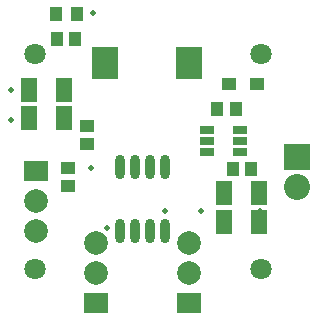
<source format=gbr>
%TF.GenerationSoftware,Altium Limited,Altium Designer,21.2.1 (34)*%
G04 Layer_Color=8388736*
%FSLAX26Y26*%
%MOIN*%
%TF.SameCoordinates,9B619AE5-86D3-421A-82E6-E0B3A417AA1F*%
%TF.FilePolarity,Negative*%
%TF.FileFunction,Soldermask,Top*%
%TF.Part,Single*%
G01*
G75*
%TA.AperFunction,SMDPad,CuDef*%
%ADD32R,0.044614X0.046583*%
%TA.AperFunction,ComponentPad*%
%ADD33C,0.070992*%
%ADD34C,0.086740*%
%ADD35R,0.086740X0.086740*%
%ADD36R,0.078866X0.070000*%
%ADD37C,0.078866*%
%TA.AperFunction,ViaPad*%
%ADD38C,0.020000*%
%TA.AperFunction,SMDPad,CuDef*%
%ADD41O,0.032803X0.081425*%
%ADD42R,0.046583X0.044614*%
%ADD43R,0.052488X0.078866*%
%ADD44R,0.047370X0.029654*%
%ADD45R,0.047370X0.040677*%
%ADD46R,0.086740X0.106425*%
%ADD47R,0.039496X0.045402*%
D32*
X3864370Y2440000D02*
D03*
X3925000D02*
D03*
X3329370Y2675000D02*
D03*
X3390000D02*
D03*
X3975630Y2240000D02*
D03*
X3915000D02*
D03*
D33*
X4010000Y1908464D02*
D03*
Y2625000D02*
D03*
X3255275D02*
D03*
Y1908464D02*
D03*
D34*
X4129000Y2181000D02*
D03*
D35*
Y2281000D02*
D03*
D36*
X3460000Y1795000D02*
D03*
X3770000D02*
D03*
X3260000Y2235000D02*
D03*
D37*
X3460000Y1895000D02*
D03*
Y1995000D02*
D03*
X3770000Y1895000D02*
D03*
Y1995000D02*
D03*
X3260000Y2035000D02*
D03*
Y2135000D02*
D03*
D38*
X3494862Y2045000D02*
D03*
X4005000Y2100000D02*
D03*
X3810000D02*
D03*
X4005000Y2075000D02*
D03*
X3885000Y2065000D02*
D03*
X4005000Y2045000D02*
D03*
X3444685Y2245000D02*
D03*
X3690000Y2100000D02*
D03*
X3640315Y2245000D02*
D03*
X3175000Y2505000D02*
D03*
Y2405000D02*
D03*
X3885000Y2155000D02*
D03*
X3450000Y2760000D02*
D03*
D41*
X3540000Y2035548D02*
D03*
X3590000D02*
D03*
X3640000D02*
D03*
X3690000D02*
D03*
X3540000Y2246768D02*
D03*
X3590000D02*
D03*
X3640000D02*
D03*
X3690000D02*
D03*
D42*
X3430000Y2385315D02*
D03*
Y2324685D02*
D03*
X3365000Y2184685D02*
D03*
Y2245315D02*
D03*
D43*
X4003661Y2065000D02*
D03*
X3886339D02*
D03*
X3236339Y2410000D02*
D03*
X3353661D02*
D03*
X4003661Y2160000D02*
D03*
X3886339D02*
D03*
X3353661Y2505000D02*
D03*
X3236339D02*
D03*
D44*
X3940123Y2297599D02*
D03*
Y2334997D02*
D03*
Y2372395D02*
D03*
X3829879D02*
D03*
Y2334997D02*
D03*
Y2297599D02*
D03*
D45*
X3996457Y2525000D02*
D03*
X3903543D02*
D03*
D46*
X3490236Y2595000D02*
D03*
X3769764D02*
D03*
D47*
X3326567Y2757000D02*
D03*
X3397433D02*
D03*
%TF.MD5,30a52a2e366b20c64f25102af10ecbec*%
M02*

</source>
